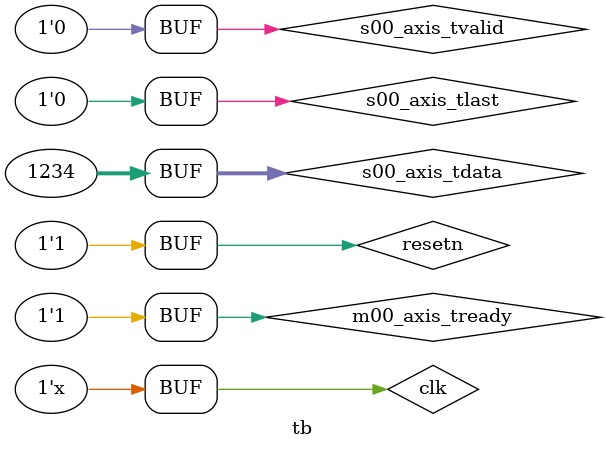
<source format=v>
`timescale 1ns / 1ps


module tb(

    );
    
    reg clk;
    reg resetn;
    
    wire s00_axis_tready;
    reg [31:0] s00_axis_tdata;
    reg s00_axis_tlast;
    reg s00_axis_tvalid;
    wire m00_axis_tvalid;
    wire [31:0] m00_axis_tdata;
    wire m00_axis_tlast;
    reg m00_axis_tready;
    
    always #5 clk = ~clk;
    
    initial begin
    clk = 1'b0;
    resetn = 1'b0;
    s00_axis_tdata = 1234;
    s00_axis_tlast = 1'b0;
    s00_axis_tvalid = 1'b0;
    m00_axis_tready = 1'b0;
    
    #45
    resetn = 1'b1;
    
    #50
    s00_axis_tvalid = 1'b1;
    
    #1280
    s00_axis_tvalid = 1'b0;
    
    #50
    s00_axis_tvalid = 1'b1;
    
    #1280
    s00_axis_tvalid = 1'b0;
    
    #50
    s00_axis_tvalid = 1'b1;
    
    #1280
    s00_axis_tvalid = 1'b0;
    
    #50
    s00_axis_tvalid = 1'b1;
    
    #1280
    s00_axis_tvalid = 1'b0;
    
    #50
    s00_axis_tvalid = 1'b1;
    
    #1270
    s00_axis_tlast = 1'b1;
    
    #10
    s00_axis_tvalid = 1'b0;
    s00_axis_tlast = 1'b0;
    
    #100
    s00_axis_tvalid = 1'b1;
    
    #1280
    s00_axis_tvalid = 1'b0;
    
    #50
    s00_axis_tvalid = 1'b1;
    
    #1280
    s00_axis_tvalid = 1'b0;
    
    #50
    s00_axis_tvalid = 1'b1;
    
    #1280
    s00_axis_tvalid = 1'b0;
    
    #50
    s00_axis_tvalid = 1'b1;
    
    #1280
    s00_axis_tvalid = 1'b0;
    
    #50
    s00_axis_tvalid = 1'b1;
    
    #1270
    s00_axis_tlast = 1'b1;
    
    #10
    s00_axis_tvalid = 1'b0;
    s00_axis_tlast = 1'b0;

    #100
    s00_axis_tvalid = 1'b1;
    
    #1280
    s00_axis_tvalid = 1'b0;
    
    #50
    s00_axis_tvalid = 1'b1;
    
    #1280
    s00_axis_tvalid = 1'b0;
    
    #50
    s00_axis_tvalid = 1'b1;
    
    #1280
    s00_axis_tvalid = 1'b0;
    
    #50
    s00_axis_tvalid = 1'b1;
    
    #1280
    s00_axis_tvalid = 1'b0;
    
    #50
    s00_axis_tvalid = 1'b1;
    
    #1270
    s00_axis_tlast = 1'b1;
    
    #10
    s00_axis_tvalid = 1'b0;
    s00_axis_tlast = 1'b0;
    
    #100
    s00_axis_tvalid = 1'b1;
    
    #1280
    s00_axis_tvalid = 1'b0;
    
    #50
    s00_axis_tvalid = 1'b1;
    
    #1280
    s00_axis_tvalid = 1'b0;
    
    #50
    s00_axis_tvalid = 1'b1;
    
    #1280
    s00_axis_tvalid = 1'b0;
    
    #50
    s00_axis_tvalid = 1'b1;
    
    #1280
    s00_axis_tvalid = 1'b0;
    
    #50
    s00_axis_tvalid = 1'b1;
    
    m00_axis_tready = 1'b1;
    
    #1270
    s00_axis_tlast = 1'b1;
    
    #10
    s00_axis_tvalid = 1'b0;
    s00_axis_tlast = 1'b0;
    
    #100
    m00_axis_tready = 1'b0;
    
    #100
    m00_axis_tready = 1'b1;
        
    end    

    

    
    hdr_ip_v1_0 test(
        .s00_axis_aclk(clk),
        .s00_axis_aresetn(resetn),
        .s00_axis_tready(s00_axis_tready),
        .s00_axis_tdata(s00_axis_tdata),
        .s00_axis_tlast(s00_axis_tlast),
        .s00_axis_tvalid(s00_axis_tvalid),
        .m00_axis_aclk(clk),
        .m00_axis_aresetn(resetn),
        .m00_axis_tvalid(m00_axis_tvalid),
        .m00_axis_tdata(m00_axis_tdata),
        .m00_axis_tlast(m00_axis_tlast),
        .m00_axis_tready(m00_axis_tready)
    );
    
endmodule

</source>
